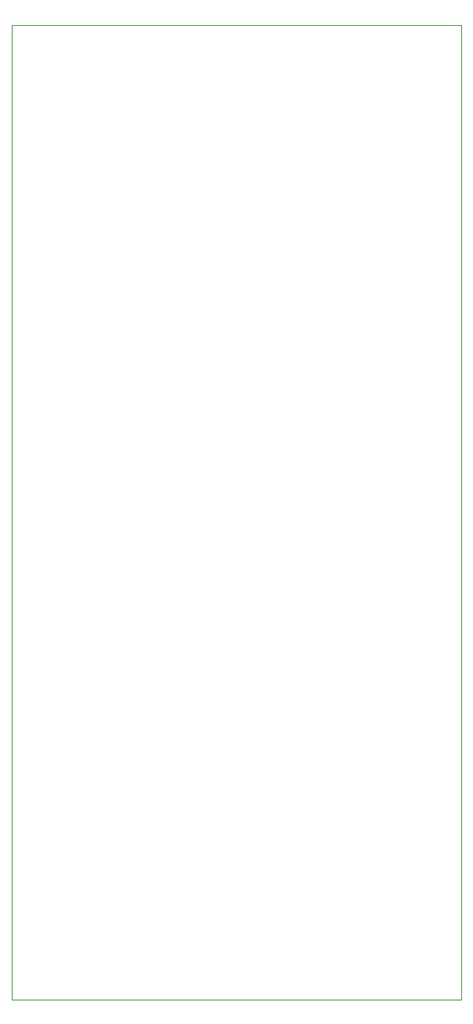
<source format=gbr>
G04 #@! TF.GenerationSoftware,KiCad,Pcbnew,5.1.5-52549c5~84~ubuntu18.04.1*
G04 #@! TF.CreationDate,2020-03-21T09:19:16-06:00*
G04 #@! TF.ProjectId,anderson_fuse_board,616e6465-7273-46f6-9e5f-667573655f62,rev?*
G04 #@! TF.SameCoordinates,Original*
G04 #@! TF.FileFunction,Profile,NP*
%FSLAX46Y46*%
G04 Gerber Fmt 4.6, Leading zero omitted, Abs format (unit mm)*
G04 Created by KiCad (PCBNEW 5.1.5-52549c5~84~ubuntu18.04.1) date 2020-03-21 09:19:16*
%MOMM*%
%LPD*%
G04 APERTURE LIST*
%ADD10C,0.050000*%
G04 APERTURE END LIST*
D10*
X122000000Y-54500000D02*
X73500000Y-54500000D01*
X122000000Y-159500000D02*
X122000000Y-54500000D01*
X73500000Y-159500000D02*
X122000000Y-159500000D01*
X73500000Y-54500000D02*
X73500000Y-159500000D01*
M02*

</source>
